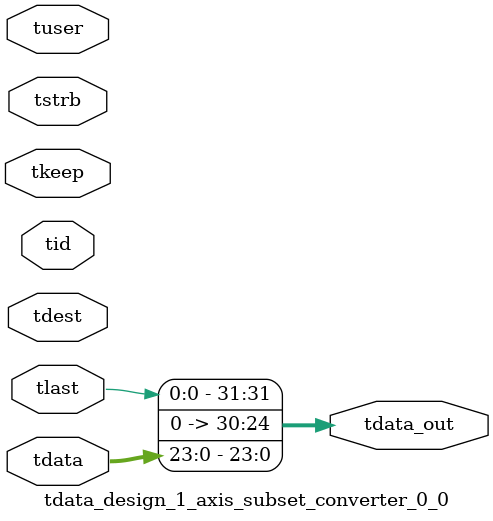
<source format=v>


`timescale 1ps/1ps

module tdata_design_1_axis_subset_converter_0_0 #
(
parameter C_S_AXIS_TDATA_WIDTH = 32,
parameter C_S_AXIS_TUSER_WIDTH = 0,
parameter C_S_AXIS_TID_WIDTH   = 0,
parameter C_S_AXIS_TDEST_WIDTH = 0,
parameter C_M_AXIS_TDATA_WIDTH = 32
)
(
input  [(C_S_AXIS_TDATA_WIDTH == 0 ? 1 : C_S_AXIS_TDATA_WIDTH)-1:0     ] tdata,
input  [(C_S_AXIS_TUSER_WIDTH == 0 ? 1 : C_S_AXIS_TUSER_WIDTH)-1:0     ] tuser,
input  [(C_S_AXIS_TID_WIDTH   == 0 ? 1 : C_S_AXIS_TID_WIDTH)-1:0       ] tid,
input  [(C_S_AXIS_TDEST_WIDTH == 0 ? 1 : C_S_AXIS_TDEST_WIDTH)-1:0     ] tdest,
input  [(C_S_AXIS_TDATA_WIDTH/8)-1:0 ] tkeep,
input  [(C_S_AXIS_TDATA_WIDTH/8)-1:0 ] tstrb,
input                                                                    tlast,
output [C_M_AXIS_TDATA_WIDTH-1:0] tdata_out
);

assign tdata_out = {tlast,7'b0000000,tdata[23:0]};

endmodule


</source>
